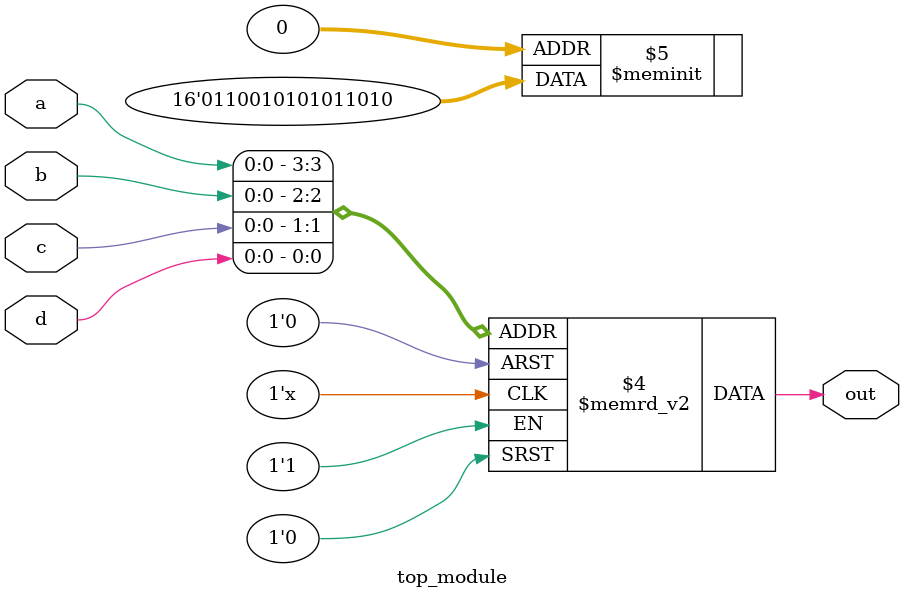
<source format=sv>
module top_module (
	input a, 
	input b,
	input c,
	input d,
	output reg out
);

always @(a or b or c or d)
  begin
    case ({a,b,c,d})
      4'b0000: out = 1'b0;
      4'b0001: out = 1'b1;
      4'b0010: out = 1'b0; // Fix mismatch
      4'b0011: out = 1'b1;
      4'b0100: out = 1'b1;
      4'b0101: out = 1'b0;
      4'b0110: out = 1'b1;
      4'b0111: out = 1'b0;
      4'b1000: out = 1'b1;
      4'b1001: out = 1'b0;
      4'b1010: out = 1'b1;
      4'b1011: out = 1'b0;
      4'b1100: out = 1'b0;
      4'b1101: out = 1'b1;
      4'b1110: out = 1'b1;
      4'b1111: out = 1'b0;
      default: out = 1'b0;
    endcase
  end
  
endmodule

</source>
